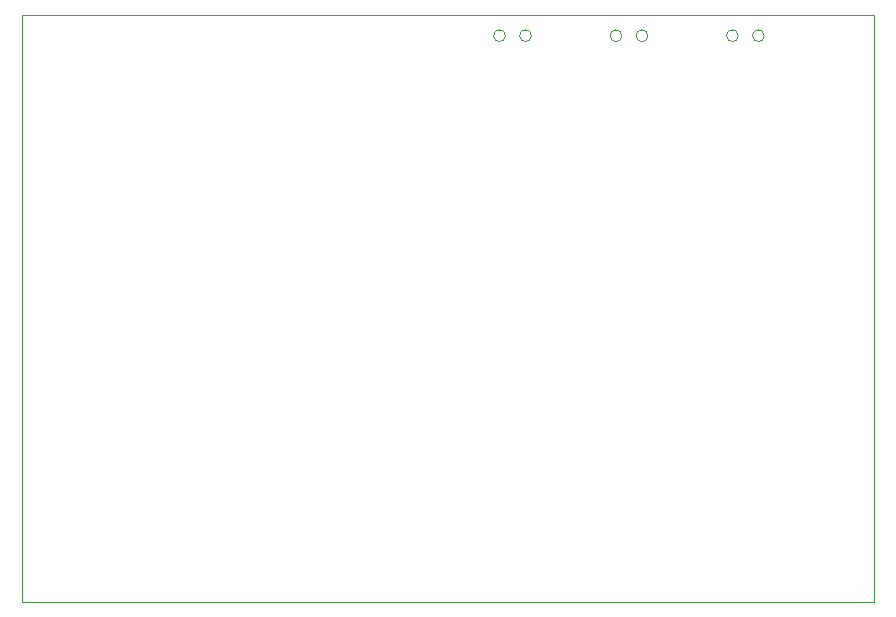
<source format=gbr>
%TF.GenerationSoftware,KiCad,Pcbnew,7.0.1*%
%TF.CreationDate,2023-05-20T02:05:48+08:00*%
%TF.ProjectId,Debugger-PCB,44656275-6767-4657-922d-5043422e6b69,rev?*%
%TF.SameCoordinates,Original*%
%TF.FileFunction,Profile,NP*%
%FSLAX46Y46*%
G04 Gerber Fmt 4.6, Leading zero omitted, Abs format (unit mm)*
G04 Created by KiCad (PCBNEW 7.0.1) date 2023-05-20 02:05:48*
%MOMM*%
%LPD*%
G01*
G04 APERTURE LIST*
%TA.AperFunction,Profile*%
%ADD10C,0.100000*%
%TD*%
%TA.AperFunction,Profile*%
%ADD11C,0.120000*%
%TD*%
G04 APERTURE END LIST*
D10*
X116967000Y-83566000D02*
X189097000Y-83566000D01*
X189097000Y-133249000D01*
X116967000Y-133249000D01*
X116967000Y-83566000D01*
D11*
%TO.C,SW1*%
X160100000Y-85330000D02*
G75*
G03*
X160100000Y-85330000I-500000J0D01*
G01*
X157900000Y-85330000D02*
G75*
G03*
X157900000Y-85330000I-500000J0D01*
G01*
%TO.C,SW3*%
X179820000Y-85330000D02*
G75*
G03*
X179820000Y-85330000I-500000J0D01*
G01*
X177620000Y-85330000D02*
G75*
G03*
X177620000Y-85330000I-500000J0D01*
G01*
%TO.C,SW2*%
X169960000Y-85330000D02*
G75*
G03*
X169960000Y-85330000I-500000J0D01*
G01*
X167760000Y-85330000D02*
G75*
G03*
X167760000Y-85330000I-500000J0D01*
G01*
%TD*%
M02*

</source>
